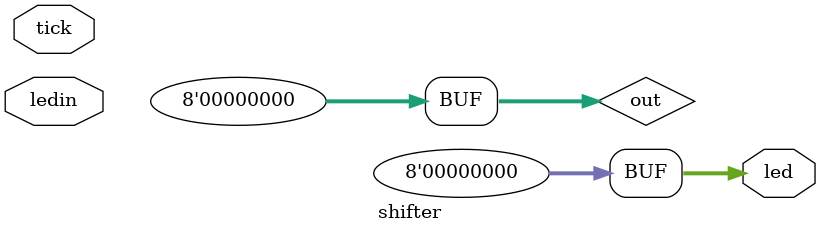
<source format=v>
`timescale 1ns / 1ps


module shifter(
    input [7:0] ledin,
    input tick,
    output wire [7:0] led
    );

reg [7:0] out;


always @(tick)
begin
out = ledin;
out = {out[6:0], 0};

end
assign led = out;
endmodule

</source>
